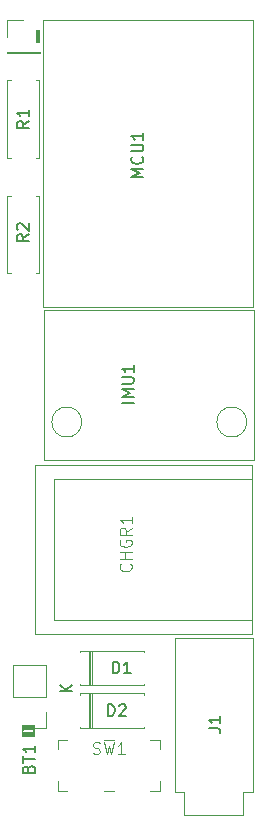
<source format=gto>
G04 #@! TF.GenerationSoftware,KiCad,Pcbnew,9.0.2*
G04 #@! TF.CreationDate,2025-07-15T04:34:08-04:00*
G04 #@! TF.ProjectId,FBT,4642542e-6b69-4636-9164-5f7063625858,rev?*
G04 #@! TF.SameCoordinates,Original*
G04 #@! TF.FileFunction,Legend,Top*
G04 #@! TF.FilePolarity,Positive*
%FSLAX46Y46*%
G04 Gerber Fmt 4.6, Leading zero omitted, Abs format (unit mm)*
G04 Created by KiCad (PCBNEW 9.0.2) date 2025-07-15 04:34:08*
%MOMM*%
%LPD*%
G01*
G04 APERTURE LIST*
%ADD10C,0.100000*%
%ADD11C,0.125000*%
%ADD12C,0.150000*%
%ADD13C,0.120000*%
G04 APERTURE END LIST*
D10*
G36*
X107952577Y-26453420D02*
G01*
X107630355Y-26453420D01*
X107630355Y-25534211D01*
X107741466Y-25534211D01*
X107741466Y-26296115D01*
X107745272Y-26315249D01*
X107772332Y-26342309D01*
X107810600Y-26342309D01*
X107837660Y-26315249D01*
X107841466Y-26296115D01*
X107841466Y-25534211D01*
X107837660Y-25515077D01*
X107810600Y-25488017D01*
X107772332Y-25488017D01*
X107745272Y-25515077D01*
X107741466Y-25534211D01*
X107630355Y-25534211D01*
X107630355Y-25376906D01*
X107952577Y-25376906D01*
X107952577Y-26453420D01*
G37*
D11*
X115625880Y-70558240D02*
X115673500Y-70605859D01*
X115673500Y-70605859D02*
X115721119Y-70748716D01*
X115721119Y-70748716D02*
X115721119Y-70843954D01*
X115721119Y-70843954D02*
X115673500Y-70986811D01*
X115673500Y-70986811D02*
X115578261Y-71082049D01*
X115578261Y-71082049D02*
X115483023Y-71129668D01*
X115483023Y-71129668D02*
X115292547Y-71177287D01*
X115292547Y-71177287D02*
X115149690Y-71177287D01*
X115149690Y-71177287D02*
X114959214Y-71129668D01*
X114959214Y-71129668D02*
X114863976Y-71082049D01*
X114863976Y-71082049D02*
X114768738Y-70986811D01*
X114768738Y-70986811D02*
X114721119Y-70843954D01*
X114721119Y-70843954D02*
X114721119Y-70748716D01*
X114721119Y-70748716D02*
X114768738Y-70605859D01*
X114768738Y-70605859D02*
X114816357Y-70558240D01*
X115721119Y-70129668D02*
X114721119Y-70129668D01*
X115197309Y-70129668D02*
X115197309Y-69558240D01*
X115721119Y-69558240D02*
X114721119Y-69558240D01*
X114768738Y-68558240D02*
X114721119Y-68653478D01*
X114721119Y-68653478D02*
X114721119Y-68796335D01*
X114721119Y-68796335D02*
X114768738Y-68939192D01*
X114768738Y-68939192D02*
X114863976Y-69034430D01*
X114863976Y-69034430D02*
X114959214Y-69082049D01*
X114959214Y-69082049D02*
X115149690Y-69129668D01*
X115149690Y-69129668D02*
X115292547Y-69129668D01*
X115292547Y-69129668D02*
X115483023Y-69082049D01*
X115483023Y-69082049D02*
X115578261Y-69034430D01*
X115578261Y-69034430D02*
X115673500Y-68939192D01*
X115673500Y-68939192D02*
X115721119Y-68796335D01*
X115721119Y-68796335D02*
X115721119Y-68701097D01*
X115721119Y-68701097D02*
X115673500Y-68558240D01*
X115673500Y-68558240D02*
X115625880Y-68510621D01*
X115625880Y-68510621D02*
X115292547Y-68510621D01*
X115292547Y-68510621D02*
X115292547Y-68701097D01*
X115721119Y-67510621D02*
X115244928Y-67843954D01*
X115721119Y-68082049D02*
X114721119Y-68082049D01*
X114721119Y-68082049D02*
X114721119Y-67701097D01*
X114721119Y-67701097D02*
X114768738Y-67605859D01*
X114768738Y-67605859D02*
X114816357Y-67558240D01*
X114816357Y-67558240D02*
X114911595Y-67510621D01*
X114911595Y-67510621D02*
X115054452Y-67510621D01*
X115054452Y-67510621D02*
X115149690Y-67558240D01*
X115149690Y-67558240D02*
X115197309Y-67605859D01*
X115197309Y-67605859D02*
X115244928Y-67701097D01*
X115244928Y-67701097D02*
X115244928Y-68082049D01*
X115721119Y-66558240D02*
X115721119Y-67129668D01*
X115721119Y-66843954D02*
X114721119Y-66843954D01*
X114721119Y-66843954D02*
X114863976Y-66939192D01*
X114863976Y-66939192D02*
X114959214Y-67034430D01*
X114959214Y-67034430D02*
X115006833Y-67129668D01*
D10*
G36*
X107522094Y-85246724D02*
G01*
X106445579Y-85246724D01*
X106445579Y-84689332D01*
X106556690Y-84689332D01*
X106556690Y-84727600D01*
X106583750Y-84754660D01*
X106602884Y-84758466D01*
X106933836Y-84758466D01*
X106933836Y-85089419D01*
X106937642Y-85108553D01*
X106964702Y-85135613D01*
X107002970Y-85135613D01*
X107030030Y-85108553D01*
X107033836Y-85089419D01*
X107033836Y-84758466D01*
X107364789Y-84758466D01*
X107383923Y-84754660D01*
X107410983Y-84727600D01*
X107410983Y-84689332D01*
X107383923Y-84662272D01*
X107364789Y-84658466D01*
X107033836Y-84658466D01*
X107033836Y-84327514D01*
X107030030Y-84308380D01*
X107002970Y-84281320D01*
X106964702Y-84281320D01*
X106937642Y-84308380D01*
X106933836Y-84327514D01*
X106933836Y-84658466D01*
X106602884Y-84658466D01*
X106583750Y-84662272D01*
X106556690Y-84689332D01*
X106445579Y-84689332D01*
X106445579Y-84170209D01*
X107522094Y-84170209D01*
X107522094Y-85246724D01*
G37*
X112466667Y-86609800D02*
X112609524Y-86657419D01*
X112609524Y-86657419D02*
X112847619Y-86657419D01*
X112847619Y-86657419D02*
X112942857Y-86609800D01*
X112942857Y-86609800D02*
X112990476Y-86562180D01*
X112990476Y-86562180D02*
X113038095Y-86466942D01*
X113038095Y-86466942D02*
X113038095Y-86371704D01*
X113038095Y-86371704D02*
X112990476Y-86276466D01*
X112990476Y-86276466D02*
X112942857Y-86228847D01*
X112942857Y-86228847D02*
X112847619Y-86181228D01*
X112847619Y-86181228D02*
X112657143Y-86133609D01*
X112657143Y-86133609D02*
X112561905Y-86085990D01*
X112561905Y-86085990D02*
X112514286Y-86038371D01*
X112514286Y-86038371D02*
X112466667Y-85943133D01*
X112466667Y-85943133D02*
X112466667Y-85847895D01*
X112466667Y-85847895D02*
X112514286Y-85752657D01*
X112514286Y-85752657D02*
X112561905Y-85705038D01*
X112561905Y-85705038D02*
X112657143Y-85657419D01*
X112657143Y-85657419D02*
X112895238Y-85657419D01*
X112895238Y-85657419D02*
X113038095Y-85705038D01*
X113371429Y-85657419D02*
X113609524Y-86657419D01*
X113609524Y-86657419D02*
X113800000Y-85943133D01*
X113800000Y-85943133D02*
X113990476Y-86657419D01*
X113990476Y-86657419D02*
X114228572Y-85657419D01*
X115133333Y-86657419D02*
X114561905Y-86657419D01*
X114847619Y-86657419D02*
X114847619Y-85657419D01*
X114847619Y-85657419D02*
X114752381Y-85800276D01*
X114752381Y-85800276D02*
X114657143Y-85895514D01*
X114657143Y-85895514D02*
X114561905Y-85943133D01*
D12*
X115904819Y-56921427D02*
X114904819Y-56921427D01*
X115904819Y-56445237D02*
X114904819Y-56445237D01*
X114904819Y-56445237D02*
X115619104Y-56111904D01*
X115619104Y-56111904D02*
X114904819Y-55778571D01*
X114904819Y-55778571D02*
X115904819Y-55778571D01*
X114904819Y-55302380D02*
X115714342Y-55302380D01*
X115714342Y-55302380D02*
X115809580Y-55254761D01*
X115809580Y-55254761D02*
X115857200Y-55207142D01*
X115857200Y-55207142D02*
X115904819Y-55111904D01*
X115904819Y-55111904D02*
X115904819Y-54921428D01*
X115904819Y-54921428D02*
X115857200Y-54826190D01*
X115857200Y-54826190D02*
X115809580Y-54778571D01*
X115809580Y-54778571D02*
X115714342Y-54730952D01*
X115714342Y-54730952D02*
X114904819Y-54730952D01*
X115904819Y-53730952D02*
X115904819Y-54302380D01*
X115904819Y-54016666D02*
X114904819Y-54016666D01*
X114904819Y-54016666D02*
X115047676Y-54111904D01*
X115047676Y-54111904D02*
X115142914Y-54207142D01*
X115142914Y-54207142D02*
X115190533Y-54302380D01*
X122248819Y-84478333D02*
X122963104Y-84478333D01*
X122963104Y-84478333D02*
X123105961Y-84525952D01*
X123105961Y-84525952D02*
X123201200Y-84621190D01*
X123201200Y-84621190D02*
X123248819Y-84764047D01*
X123248819Y-84764047D02*
X123248819Y-84859285D01*
X123248819Y-83478333D02*
X123248819Y-84049761D01*
X123248819Y-83764047D02*
X122248819Y-83764047D01*
X122248819Y-83764047D02*
X122391676Y-83859285D01*
X122391676Y-83859285D02*
X122486914Y-83954523D01*
X122486914Y-83954523D02*
X122534533Y-84049761D01*
X113717905Y-83454819D02*
X113717905Y-82454819D01*
X113717905Y-82454819D02*
X113956000Y-82454819D01*
X113956000Y-82454819D02*
X114098857Y-82502438D01*
X114098857Y-82502438D02*
X114194095Y-82597676D01*
X114194095Y-82597676D02*
X114241714Y-82692914D01*
X114241714Y-82692914D02*
X114289333Y-82883390D01*
X114289333Y-82883390D02*
X114289333Y-83026247D01*
X114289333Y-83026247D02*
X114241714Y-83216723D01*
X114241714Y-83216723D02*
X114194095Y-83311961D01*
X114194095Y-83311961D02*
X114098857Y-83407200D01*
X114098857Y-83407200D02*
X113956000Y-83454819D01*
X113956000Y-83454819D02*
X113717905Y-83454819D01*
X114670286Y-82550057D02*
X114717905Y-82502438D01*
X114717905Y-82502438D02*
X114813143Y-82454819D01*
X114813143Y-82454819D02*
X115051238Y-82454819D01*
X115051238Y-82454819D02*
X115146476Y-82502438D01*
X115146476Y-82502438D02*
X115194095Y-82550057D01*
X115194095Y-82550057D02*
X115241714Y-82645295D01*
X115241714Y-82645295D02*
X115241714Y-82740533D01*
X115241714Y-82740533D02*
X115194095Y-82883390D01*
X115194095Y-82883390D02*
X114622667Y-83454819D01*
X114622667Y-83454819D02*
X115241714Y-83454819D01*
X110704819Y-81361904D02*
X109704819Y-81361904D01*
X110704819Y-80790476D02*
X110133390Y-81219047D01*
X109704819Y-80790476D02*
X110276247Y-81361904D01*
X107004819Y-42666666D02*
X106528628Y-42999999D01*
X107004819Y-43238094D02*
X106004819Y-43238094D01*
X106004819Y-43238094D02*
X106004819Y-42857142D01*
X106004819Y-42857142D02*
X106052438Y-42761904D01*
X106052438Y-42761904D02*
X106100057Y-42714285D01*
X106100057Y-42714285D02*
X106195295Y-42666666D01*
X106195295Y-42666666D02*
X106338152Y-42666666D01*
X106338152Y-42666666D02*
X106433390Y-42714285D01*
X106433390Y-42714285D02*
X106481009Y-42761904D01*
X106481009Y-42761904D02*
X106528628Y-42857142D01*
X106528628Y-42857142D02*
X106528628Y-43238094D01*
X106100057Y-42285713D02*
X106052438Y-42238094D01*
X106052438Y-42238094D02*
X106004819Y-42142856D01*
X106004819Y-42142856D02*
X106004819Y-41904761D01*
X106004819Y-41904761D02*
X106052438Y-41809523D01*
X106052438Y-41809523D02*
X106100057Y-41761904D01*
X106100057Y-41761904D02*
X106195295Y-41714285D01*
X106195295Y-41714285D02*
X106290533Y-41714285D01*
X106290533Y-41714285D02*
X106433390Y-41761904D01*
X106433390Y-41761904D02*
X107004819Y-42333332D01*
X107004819Y-42333332D02*
X107004819Y-41714285D01*
X106992009Y-87907714D02*
X107039628Y-87764857D01*
X107039628Y-87764857D02*
X107087247Y-87717238D01*
X107087247Y-87717238D02*
X107182485Y-87669619D01*
X107182485Y-87669619D02*
X107325342Y-87669619D01*
X107325342Y-87669619D02*
X107420580Y-87717238D01*
X107420580Y-87717238D02*
X107468200Y-87764857D01*
X107468200Y-87764857D02*
X107515819Y-87860095D01*
X107515819Y-87860095D02*
X107515819Y-88241047D01*
X107515819Y-88241047D02*
X106515819Y-88241047D01*
X106515819Y-88241047D02*
X106515819Y-87907714D01*
X106515819Y-87907714D02*
X106563438Y-87812476D01*
X106563438Y-87812476D02*
X106611057Y-87764857D01*
X106611057Y-87764857D02*
X106706295Y-87717238D01*
X106706295Y-87717238D02*
X106801533Y-87717238D01*
X106801533Y-87717238D02*
X106896771Y-87764857D01*
X106896771Y-87764857D02*
X106944390Y-87812476D01*
X106944390Y-87812476D02*
X106992009Y-87907714D01*
X106992009Y-87907714D02*
X106992009Y-88241047D01*
X106515819Y-87383904D02*
X106515819Y-86812476D01*
X107515819Y-87098190D02*
X106515819Y-87098190D01*
X107515819Y-85955333D02*
X107515819Y-86526761D01*
X107515819Y-86241047D02*
X106515819Y-86241047D01*
X106515819Y-86241047D02*
X106658676Y-86336285D01*
X106658676Y-86336285D02*
X106753914Y-86431523D01*
X106753914Y-86431523D02*
X106801533Y-86526761D01*
X114117905Y-79829819D02*
X114117905Y-78829819D01*
X114117905Y-78829819D02*
X114356000Y-78829819D01*
X114356000Y-78829819D02*
X114498857Y-78877438D01*
X114498857Y-78877438D02*
X114594095Y-78972676D01*
X114594095Y-78972676D02*
X114641714Y-79067914D01*
X114641714Y-79067914D02*
X114689333Y-79258390D01*
X114689333Y-79258390D02*
X114689333Y-79401247D01*
X114689333Y-79401247D02*
X114641714Y-79591723D01*
X114641714Y-79591723D02*
X114594095Y-79686961D01*
X114594095Y-79686961D02*
X114498857Y-79782200D01*
X114498857Y-79782200D02*
X114356000Y-79829819D01*
X114356000Y-79829819D02*
X114117905Y-79829819D01*
X115641714Y-79829819D02*
X115070286Y-79829819D01*
X115356000Y-79829819D02*
X115356000Y-78829819D01*
X115356000Y-78829819D02*
X115260762Y-78972676D01*
X115260762Y-78972676D02*
X115165524Y-79067914D01*
X115165524Y-79067914D02*
X115070286Y-79115533D01*
X107007819Y-33059666D02*
X106531628Y-33392999D01*
X107007819Y-33631094D02*
X106007819Y-33631094D01*
X106007819Y-33631094D02*
X106007819Y-33250142D01*
X106007819Y-33250142D02*
X106055438Y-33154904D01*
X106055438Y-33154904D02*
X106103057Y-33107285D01*
X106103057Y-33107285D02*
X106198295Y-33059666D01*
X106198295Y-33059666D02*
X106341152Y-33059666D01*
X106341152Y-33059666D02*
X106436390Y-33107285D01*
X106436390Y-33107285D02*
X106484009Y-33154904D01*
X106484009Y-33154904D02*
X106531628Y-33250142D01*
X106531628Y-33250142D02*
X106531628Y-33631094D01*
X107007819Y-32107285D02*
X107007819Y-32678713D01*
X107007819Y-32392999D02*
X106007819Y-32392999D01*
X106007819Y-32392999D02*
X106150676Y-32488237D01*
X106150676Y-32488237D02*
X106245914Y-32583475D01*
X106245914Y-32583475D02*
X106293533Y-32678713D01*
X116704819Y-37783332D02*
X115704819Y-37783332D01*
X115704819Y-37783332D02*
X116419104Y-37449999D01*
X116419104Y-37449999D02*
X115704819Y-37116666D01*
X115704819Y-37116666D02*
X116704819Y-37116666D01*
X116609580Y-36069047D02*
X116657200Y-36116666D01*
X116657200Y-36116666D02*
X116704819Y-36259523D01*
X116704819Y-36259523D02*
X116704819Y-36354761D01*
X116704819Y-36354761D02*
X116657200Y-36497618D01*
X116657200Y-36497618D02*
X116561961Y-36592856D01*
X116561961Y-36592856D02*
X116466723Y-36640475D01*
X116466723Y-36640475D02*
X116276247Y-36688094D01*
X116276247Y-36688094D02*
X116133390Y-36688094D01*
X116133390Y-36688094D02*
X115942914Y-36640475D01*
X115942914Y-36640475D02*
X115847676Y-36592856D01*
X115847676Y-36592856D02*
X115752438Y-36497618D01*
X115752438Y-36497618D02*
X115704819Y-36354761D01*
X115704819Y-36354761D02*
X115704819Y-36259523D01*
X115704819Y-36259523D02*
X115752438Y-36116666D01*
X115752438Y-36116666D02*
X115800057Y-36069047D01*
X115704819Y-35640475D02*
X116514342Y-35640475D01*
X116514342Y-35640475D02*
X116609580Y-35592856D01*
X116609580Y-35592856D02*
X116657200Y-35545237D01*
X116657200Y-35545237D02*
X116704819Y-35449999D01*
X116704819Y-35449999D02*
X116704819Y-35259523D01*
X116704819Y-35259523D02*
X116657200Y-35164285D01*
X116657200Y-35164285D02*
X116609580Y-35116666D01*
X116609580Y-35116666D02*
X116514342Y-35069047D01*
X116514342Y-35069047D02*
X115704819Y-35069047D01*
X116704819Y-34069047D02*
X116704819Y-34640475D01*
X116704819Y-34354761D02*
X115704819Y-34354761D01*
X115704819Y-34354761D02*
X115847676Y-34449999D01*
X115847676Y-34449999D02*
X115942914Y-34545237D01*
X115942914Y-34545237D02*
X115990533Y-34640475D01*
D13*
X105173000Y-24528000D02*
X106553000Y-24528000D01*
X105173000Y-25908000D02*
X105173000Y-24528000D01*
X105173000Y-27178000D02*
X105173000Y-27288000D01*
X105173000Y-27178000D02*
X107933000Y-27178000D01*
X105173000Y-27288000D02*
X107933000Y-27288000D01*
X107933000Y-27178000D02*
X107933000Y-27288000D01*
D10*
X109500000Y-85450000D02*
X109500000Y-86250000D01*
X109500000Y-85450000D02*
X110300000Y-85450000D01*
X109500000Y-89750000D02*
X109500000Y-88950000D01*
X109500000Y-89750000D02*
X110300000Y-89750000D01*
X113400000Y-85450000D02*
X114200000Y-85450000D01*
X114200000Y-89750000D02*
X113400000Y-89750000D01*
X118100000Y-85450000D02*
X117300000Y-85450000D01*
X118100000Y-85450000D02*
X118100000Y-86250000D01*
X118100000Y-89750000D02*
X117300000Y-89750000D01*
X118100000Y-89750000D02*
X118100000Y-88950000D01*
D13*
X126111000Y-49022000D02*
X108331000Y-49022000D01*
X108331000Y-61722000D01*
X126111000Y-61722000D01*
X126111000Y-49022000D01*
X111506000Y-58547000D02*
G75*
G02*
X108966000Y-58547000I-1270000J0D01*
G01*
X108966000Y-58547000D02*
G75*
G02*
X111506000Y-58547000I1270000J0D01*
G01*
X125476000Y-58547000D02*
G75*
G02*
X122936000Y-58547000I-1270000J0D01*
G01*
X122936000Y-58547000D02*
G75*
G02*
X125476000Y-58547000I1270000J0D01*
G01*
X119394000Y-76850000D02*
X125994000Y-76850000D01*
X119394000Y-89850000D02*
X119394000Y-76850000D01*
X120194000Y-89850000D02*
X119394000Y-89850000D01*
X120194000Y-91850000D02*
X120194000Y-89850000D01*
X120494000Y-91850000D02*
X120194000Y-91850000D01*
X120494000Y-91850000D02*
X125194000Y-91850000D01*
X125194000Y-89850000D02*
X125994000Y-89850000D01*
X125194000Y-91850000D02*
X125194000Y-89850000D01*
X125994000Y-89850000D02*
X125994000Y-76850000D01*
X111326000Y-81530000D02*
X116766000Y-81530000D01*
X111326000Y-81660000D02*
X111326000Y-81530000D01*
X111326000Y-84340000D02*
X111326000Y-84470000D01*
X111326000Y-84470000D02*
X116766000Y-84470000D01*
X112106000Y-81530000D02*
X112106000Y-84470000D01*
X112226000Y-81530000D02*
X112226000Y-84470000D01*
X112346000Y-81530000D02*
X112346000Y-84470000D01*
X116766000Y-81530000D02*
X116766000Y-81660000D01*
X116766000Y-84470000D02*
X116766000Y-84340000D01*
X105183000Y-39402000D02*
X105183000Y-45942000D01*
X105183000Y-45942000D02*
X105513000Y-45942000D01*
X105513000Y-39402000D02*
X105183000Y-39402000D01*
X107593000Y-39402000D02*
X107923000Y-39402000D01*
X107923000Y-39402000D02*
X107923000Y-45942000D01*
X107923000Y-45942000D02*
X107593000Y-45942000D01*
D10*
X125945980Y-76506462D02*
X107545980Y-76506462D01*
X107545980Y-62206462D01*
X125945980Y-62206462D01*
X125945980Y-76506462D01*
X125950000Y-75350000D02*
X109150000Y-75350000D01*
X109150000Y-63350000D01*
X125950000Y-63350000D01*
X125950000Y-75350000D01*
D13*
X105681000Y-81788000D02*
X105681000Y-79138000D01*
X108441000Y-79138000D02*
X105681000Y-79138000D01*
X108441000Y-81788000D02*
X105681000Y-81788000D01*
X108441000Y-81788000D02*
X108441000Y-79138000D01*
X108441000Y-83058000D02*
X108441000Y-84438000D01*
X108441000Y-84438000D02*
X107061000Y-84438000D01*
X111326000Y-77905000D02*
X116766000Y-77905000D01*
X111326000Y-78035000D02*
X111326000Y-77905000D01*
X111326000Y-80715000D02*
X111326000Y-80845000D01*
X111326000Y-80845000D02*
X116766000Y-80845000D01*
X112106000Y-77905000D02*
X112106000Y-80845000D01*
X112226000Y-77905000D02*
X112226000Y-80845000D01*
X112346000Y-77905000D02*
X112346000Y-80845000D01*
X116766000Y-77905000D02*
X116766000Y-78035000D01*
X116766000Y-80845000D02*
X116766000Y-80715000D01*
X105183000Y-29623000D02*
X105183000Y-36163000D01*
X105183000Y-36163000D02*
X105513000Y-36163000D01*
X105513000Y-29623000D02*
X105183000Y-29623000D01*
X107593000Y-29623000D02*
X107923000Y-29623000D01*
X107923000Y-29623000D02*
X107923000Y-36163000D01*
X107923000Y-36163000D02*
X107593000Y-36163000D01*
X108204000Y-24515000D02*
X125984000Y-24515000D01*
X125984000Y-48775000D01*
X108204000Y-48775000D01*
X108204000Y-24515000D01*
M02*

</source>
